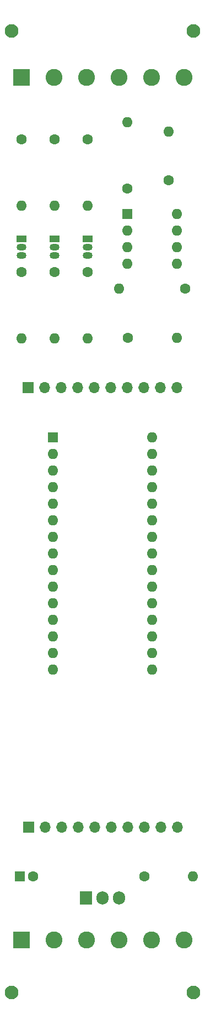
<source format=gbr>
%TF.GenerationSoftware,KiCad,Pcbnew,(6.0.5-0)*%
%TF.CreationDate,2022-07-08T10:13:23-04:00*%
%TF.ProjectId,OBS,4f42532e-6b69-4636-9164-5f7063625858,rev?*%
%TF.SameCoordinates,Original*%
%TF.FileFunction,Soldermask,Top*%
%TF.FilePolarity,Negative*%
%FSLAX46Y46*%
G04 Gerber Fmt 4.6, Leading zero omitted, Abs format (unit mm)*
G04 Created by KiCad (PCBNEW (6.0.5-0)) date 2022-07-08 10:13:23*
%MOMM*%
%LPD*%
G01*
G04 APERTURE LIST*
%ADD10C,1.600000*%
%ADD11O,1.600000X1.600000*%
%ADD12R,1.500000X1.050000*%
%ADD13O,1.500000X1.050000*%
%ADD14C,2.100000*%
%ADD15R,1.700000X1.700000*%
%ADD16O,1.700000X1.700000*%
%ADD17R,1.600000X1.600000*%
%ADD18R,2.600000X2.600000*%
%ADD19C,2.600000*%
%ADD20R,1.905000X2.000000*%
%ADD21O,1.905000X2.000000*%
G04 APERTURE END LIST*
D10*
%TO.C,R5*%
X119610000Y-36890000D03*
D11*
X119610000Y-47050000D03*
%TD*%
D12*
%TO.C,Q1*%
X119610000Y-52130000D03*
D13*
X119610000Y-53400000D03*
X119610000Y-54670000D03*
%TD*%
D14*
%TO.C,REF\u002A\u002A*%
X135890000Y-167572744D03*
%TD*%
D10*
%TO.C,R4*%
X109450000Y-36890000D03*
D11*
X109450000Y-47050000D03*
%TD*%
D15*
%TO.C,J4*%
X110490000Y-74905000D03*
D16*
X113030000Y-74905000D03*
X115570000Y-74905000D03*
X118110000Y-74905000D03*
X120650000Y-74905000D03*
X123190000Y-74905000D03*
X125730000Y-74905000D03*
X128270000Y-74905000D03*
X130810000Y-74905000D03*
X133350000Y-74905000D03*
%TD*%
D12*
%TO.C,Q2*%
X114530000Y-52130000D03*
D13*
X114530000Y-53400000D03*
X114530000Y-54670000D03*
%TD*%
D14*
%TO.C,REF\u002A\u002A*%
X107950000Y-167572744D03*
%TD*%
D10*
%TO.C,R1*%
X119610000Y-57210000D03*
D11*
X119610000Y-67370000D03*
%TD*%
D17*
%TO.C,C1*%
X109210000Y-149792744D03*
D10*
X111210000Y-149792744D03*
%TD*%
D18*
%TO.C,J1*%
X109410000Y-159452744D03*
D19*
X114410000Y-159452744D03*
X119410000Y-159452744D03*
X124410000Y-159452744D03*
X129410000Y-159452744D03*
X134410000Y-159452744D03*
%TD*%
D14*
%TO.C,REF\u002A\u002A*%
X135890000Y-20320000D03*
%TD*%
D17*
%TO.C,A2*%
X114300000Y-82550000D03*
D11*
X114300000Y-85090000D03*
X114300000Y-87630000D03*
X114300000Y-90170000D03*
X114300000Y-92710000D03*
X114300000Y-95250000D03*
X114300000Y-97790000D03*
X114300000Y-100330000D03*
X114300000Y-102870000D03*
X114300000Y-105410000D03*
X114300000Y-107950000D03*
X114300000Y-110490000D03*
X114300000Y-113030000D03*
X114300000Y-115570000D03*
X114300000Y-118110000D03*
X129540000Y-118110000D03*
X129540000Y-115570000D03*
X129540000Y-113030000D03*
X129540000Y-110490000D03*
X129540000Y-107950000D03*
X129540000Y-105410000D03*
X129540000Y-102870000D03*
X129540000Y-100330000D03*
X129540000Y-97790000D03*
X129540000Y-95250000D03*
X129540000Y-92710000D03*
X129540000Y-90170000D03*
X129540000Y-87630000D03*
X129540000Y-85090000D03*
X129540000Y-82550000D03*
%TD*%
D14*
%TO.C,REF\u002A\u002A*%
X107950000Y-20320000D03*
%TD*%
D15*
%TO.C,J3*%
X110520000Y-142215000D03*
D16*
X113060000Y-142215000D03*
X115600000Y-142215000D03*
X118140000Y-142215000D03*
X120680000Y-142215000D03*
X123220000Y-142215000D03*
X125760000Y-142215000D03*
X128300000Y-142215000D03*
X130840000Y-142215000D03*
X133380000Y-142215000D03*
%TD*%
D20*
%TO.C,A1*%
X119380000Y-153035000D03*
D21*
X121920000Y-153035000D03*
X124460000Y-153035000D03*
%TD*%
D10*
%TO.C,C3*%
X125790000Y-67310000D03*
D11*
X133290000Y-67310000D03*
%TD*%
D12*
%TO.C,Q3*%
X109450000Y-52130000D03*
D13*
X109450000Y-53400000D03*
X109450000Y-54670000D03*
%TD*%
D10*
%TO.C,C4*%
X132080000Y-43180000D03*
D11*
X132080000Y-35680000D03*
%TD*%
D10*
%TO.C,R3*%
X109450000Y-57210000D03*
D11*
X109450000Y-67370000D03*
%TD*%
D10*
%TO.C,R7*%
X134610000Y-59750000D03*
D11*
X124450000Y-59750000D03*
%TD*%
D10*
%TO.C,R8*%
X125730000Y-44450000D03*
D11*
X125730000Y-34290000D03*
%TD*%
D10*
%TO.C,C2*%
X128320000Y-149792744D03*
D11*
X135820000Y-149792744D03*
%TD*%
D18*
%TO.C,J2*%
X109420000Y-27440000D03*
D19*
X114420000Y-27440000D03*
X119420000Y-27440000D03*
X124420000Y-27440000D03*
X129420000Y-27440000D03*
X134420000Y-27440000D03*
%TD*%
D10*
%TO.C,R6*%
X114530000Y-36890000D03*
D11*
X114530000Y-47050000D03*
%TD*%
D17*
%TO.C,U3*%
X125730000Y-48290000D03*
D11*
X125730000Y-50830000D03*
X125730000Y-53370000D03*
X125730000Y-55910000D03*
X133350000Y-55910000D03*
X133350000Y-53370000D03*
X133350000Y-50830000D03*
X133350000Y-48290000D03*
%TD*%
D10*
%TO.C,R2*%
X114530000Y-57210000D03*
D11*
X114530000Y-67370000D03*
%TD*%
M02*

</source>
